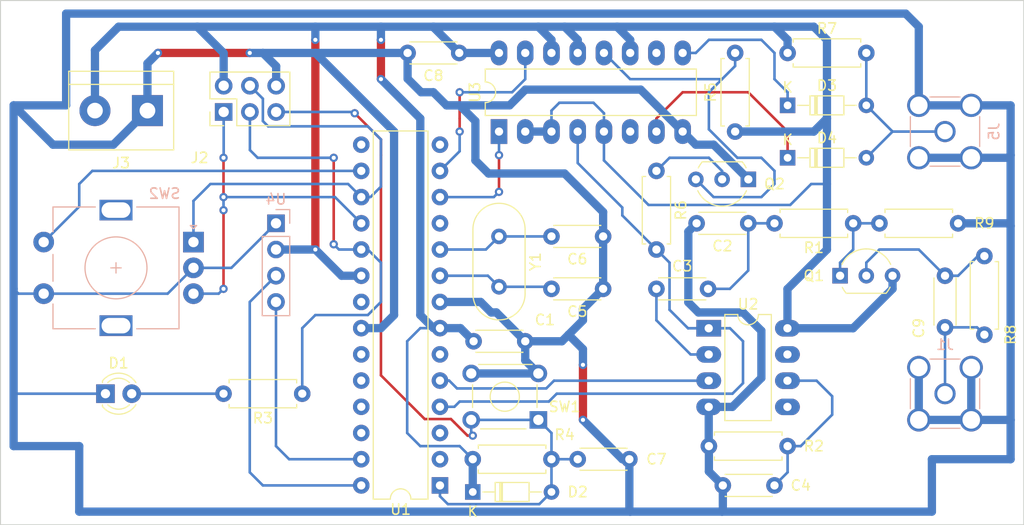
<source format=kicad_pcb>
(kicad_pcb (version 20211014) (generator pcbnew)
  (layers (0 "F.Cu" signal) (31 "B.Cu" signal) (34 "B.Paste" user) (35 "F.Paste" user) (36 "B.SilkS" user "B.Silkscreen") (37 "F.SilkS" user "F.Silkscreen") (38 "B.Mask" user) (39 "F.Mask" user) (44 "Edge.Cuts" user))
  (net 0 "")
  (net 1 "+5V")
  (net 2 "GND")
  (net 3 "Net-(C2-Pad1)")
  (net 4 "Net-(C3-Pad1)")
  (net 5 "Net-(C4-Pad1)")
  (net 6 "Net-(C5-Pad2)")
  (net 7 "Net-(C6-Pad2)")
  (net 8 "Net-(C7-Pad1)")
  (net 9 "Net-(C9-Pad1)")
  (net 10 "Net-(C9-Pad2)")
  (net 11 "Net-(D3-Pad1)")
  (net 12 "Net-(D3-Pad2)")
  (net 13 "Net-(D4-Pad1)")
  (net 14 "ENCA")
  (net 15 "ENCB")
  (net 16 "SDA")
  (net 17 "SCL")
  (net 18 "CSYNC")
  (net 19 "SW")
  (net 22 "FRAME")
  (net 25 "ARMN")
  (net 26 "ARM")
  (net 38 "Net-(R3-Pad2)")
  (net 39 "Net-(J2-Pad3)")
  (net 40 "Net-(R1-Pad1)")
  (net 41 "Net-(R6-Pad1)")
  (net 42 "Net-(R5-Pad2)")
  (footprint "Resistor_THT:R_Axial_DIN0207_L6.3mm_D2.5mm_P7.62mm_Horizontal" (layer "F.Cu") (at 156.845 116.205)
    (fp_text reference "R2")
    (fp_text value "680K")
  )
  (footprint "MountingHole:MountingHole_2.2mm_M2_DIN965" (layer "F.Cu") (at 90.805 120.015)
    (fp_text reference "REF**" hide)
    (fp_text value "MountingHole_2.2mm_M2_DIN965" hide)
  )
  (footprint "Connector_PinHeader_2.54mm:PinHeader_2x03_P2.54mm_Vertical" (layer "F.Cu") (at 109.87 83.825 90)
    (fp_text reference "J2")
    (fp_text value "ICSP")
  )
  (footprint "Resistor_THT:R_Axial_DIN0207_L6.3mm_D2.5mm_P7.62mm_Horizontal" (layer "F.Cu") (at 180.975 94.615 180)
    (fp_text reference "R9")
    (fp_text value "1K")
  )
  (footprint "Capacitor_THT:C_Disc_D4.3mm_W1.9mm_P5.00mm" (layer "F.Cu") (at 146.605 95.885 180)
    (fp_text reference "C6")
    (fp_text value "22p")
  )
  (footprint "Capacitor_THT:C_Disc_D4.3mm_W1.9mm_P5.00mm" (layer "F.Cu") (at 151.765 100.965)
    (fp_text reference "C3")
    (fp_text value "100n")
  )
  (footprint "Package_TO_SOT_THT:TO-92L_Inline_Wide" (layer "F.Cu") (at 169.545 99.695)
    (fp_text reference "Q1")
    (fp_text value "2N3904")
  )
  (footprint "MountingHole:MountingHole_2.2mm_M2_DIN965" (layer "F.Cu") (at 148.59 106.045)
    (fp_text reference "REF**" hide)
    (fp_text value "MountingHole_2.2mm_M2_DIN965")
  )
  (footprint "Resistor_THT:R_Axial_DIN0207_L6.3mm_D2.5mm_P7.62mm_Horizontal" (layer "F.Cu") (at 170.815 94.615 180)
    (fp_text reference "R1")
    (fp_text value "620R")
  )
  (footprint "Capacitor_THT:C_Disc_D4.3mm_W1.9mm_P5.00mm" (layer "F.Cu") (at 160.655 94.615 180)
    (fp_text reference "C2")
    (fp_text value "510p")
  )
  (footprint "Capacitor_THT:C_Disc_D4.3mm_W1.9mm_P5.00mm" (layer "F.Cu") (at 132.675 78.105 180)
    (fp_text reference "C8")
    (fp_text value "100n")
  )
  (footprint "Button_Switch_THT:SW_TH_Tactile_Omron_B3F-10xx" (layer "F.Cu") (at 140.335 113.665 180)
    (fp_text reference "SW1")
    (fp_text value "RESET")
  )
  (footprint "Capacitor_THT:C_Disc_D4.3mm_W1.9mm_P5.00mm" (layer "F.Cu") (at 144.145 117.475)
    (fp_text reference "C7")
    (fp_text value "100n")
  )
  (footprint "Capacitor_THT:C_Disc_D4.3mm_W1.9mm_P5.00mm" (layer "F.Cu") (at 163.195 120.015 180)
    (fp_text reference "C4")
    (fp_text value "100n")
  )
  (footprint "Resistor_THT:R_Axial_DIN0207_L6.3mm_D2.5mm_P7.62mm_Horizontal" (layer "F.Cu") (at 159.385 85.725 90)
    (fp_text reference "R5")
    (fp_text value "1K")
  )
  (footprint "Resistor_THT:R_Axial_DIN0207_L6.3mm_D2.5mm_P7.62mm_Horizontal" (layer "F.Cu") (at 183.515 105.41 90)
    (fp_text reference "R8")
    (fp_text value "10K")
  )
  (footprint "Resistor_THT:R_Axial_DIN0207_L6.3mm_D2.5mm_P7.62mm_Horizontal" (layer "F.Cu") (at 164.465 78.105)
    (fp_text reference "R7")
    (fp_text value "10K")
  )
  (footprint "Package_DIP:DIP-28_W7.62mm" (layer "F.Cu") (at 130.81 120.015 180)
    (fp_text reference "U1")
    (fp_text value "ATmega328P-P")
  )
  (footprint "MountingHole:MountingHole_2.2mm_M2_DIN965" (layer "F.Cu") (at 184.785 120.015)
    (fp_text reference "REF**" hide)
    (fp_text value "MountingHole_2.2mm_M2_DIN965" hide)
  )
  (footprint "LED_THT:LED_D3.0mm" (layer "F.Cu") (at 98.425 111.125)
    (fp_text reference "D1")
    (fp_text value "LED")
  )
  (footprint "Package_DIP:DIP-8_W7.62mm_LongPads" (layer "F.Cu") (at 156.83 104.785)
    (fp_text reference "U2")
    (fp_text value "LM1881")
  )
  (footprint "Crystal:Crystal_HC49-U_Vertical" (layer "F.Cu") (at 136.525 95.885 -90)
    (fp_text reference "Y1")
    (fp_text value "20MHz")
  )
  (footprint "Capacitor_THT:C_Disc_D4.3mm_W1.9mm_P5.00mm" (layer "F.Cu") (at 146.605 100.965 180)
    (fp_text reference "C5")
    (fp_text value "22p")
  )
  (footprint "Diode_THT:D_DO-34_SOD68_P7.62mm_Horizontal" (layer "F.Cu") (at 133.985 120.65)
    (fp_text reference "D2")
    (fp_text value "1N914")
  )
  (footprint "Package_DIP:DIP-16_W7.62mm_LongPads" (layer "F.Cu") (at 136.525 85.725 90)
    (fp_text reference "U3")
    (fp_text value "74LS109")
  )
  (footprint "Capacitor_THT:C_Disc_D4.3mm_W1.9mm_P5.00mm" (layer "F.Cu") (at 134.065 106.045)
    (fp_text reference "C1")
    (fp_text value "100n")
  )
  (footprint "Resistor_THT:R_Axial_DIN0207_L6.3mm_D2.5mm_P7.62mm_Horizontal" (layer "F.Cu") (at 151.765 89.535 -90)
    (fp_text reference "R6")
    (fp_text value "10K")
  )
  (footprint "Resistor_THT:R_Axial_DIN0207_L6.3mm_D2.5mm_P7.62mm_Horizontal" (layer "F.Cu") (at 117.475 111.125 180)
    (fp_text reference "R3")
    (fp_text value "1K")
  )
  (footprint "Capacitor_THT:C_Disc_D4.3mm_W1.9mm_P5.00mm" (layer "F.Cu") (at 179.705 99.695 -90)
    (fp_text reference "C9")
    (fp_text value "22p")
  )
  (footprint "Diode_THT:D_DO-34_SOD68_P7.62mm_Horizontal" (layer "F.Cu") (at 164.465 83.185)
    (fp_text reference "D3")
    (fp_text value "1N914")
  )
  (footprint "Diode_THT:D_DO-34_SOD68_P7.62mm_Horizontal" (layer "F.Cu") (at 164.465 88.265)
    (fp_text reference "D4")
    (fp_text value "1N914")
  )
  (footprint "Resistor_THT:R_Axial_DIN0207_L6.3mm_D2.5mm_P7.62mm_Horizontal" (layer "F.Cu") (at 133.985 117.475)
    (fp_text reference "R4")
    (fp_text value "10K")
  )
  (footprint "MountingHole:MountingHole_2.2mm_M2_DIN965" (layer "F.Cu") (at 90.805 76.835)
    (fp_text reference "REF**" hide)
    (fp_text value "MountingHole_2.2mm_M2_DIN965" hide)
  )
  (footprint "Package_TO_SOT_THT:TO-92L_Inline_Wide" (layer "F.Cu") (at 160.665 90.355 180)
    (fp_text reference "Q2")
    (fp_text value "2N3904")
  )
  (footprint "MountingHole:MountingHole_2.2mm_M2_DIN965" (layer "F.Cu") (at 184.785 76.835)
    (fp_text reference "REF**" hide)
    (fp_text value "MountingHole_2.2mm_M2_DIN965" hide)
  )
  (footprint "TerminalBlock:TerminalBlock_bornier-2_P5.08mm" (layer "F.Cu") (at 102.489 83.693 180)
    (fp_text reference "J3")
    (fp_text value "5V Power")
  )
  (footprint "Connector_Coaxial:SMA_Amphenol_901-144_Vertical" (layer "B.Cu") (at 179.705 85.725 90)
    (fp_text reference "J5")
    (fp_text value "Trigger Out")
  )
  (footprint "Rotary_Encoder:RotaryEncoder_Alps_EC11E-Switch_Vertical_H20mm" (layer "B.Cu") (at 106.945 96.433 180)
    (fp_text reference "SW2")
    (fp_text value "RotaryEncoder_Switch")
  )
  (footprint "Connector_Coaxial:SMA_Amphenol_901-144_Vertical" (layer "B.Cu") (at 179.705 111.125 180)
    (fp_text reference "J1")
    (fp_text value "Video In")
  )
  (footprint "Connector_PinHeader_2.54mm:PinHeader_1x04_P2.54mm_Vertical" (layer "B.Cu") (at 114.935 94.615 180)
    (fp_text reference "U4")
    (fp_text value "DISPLAY_SSD1306_OLED_128x32")
  )
  (gr_rect (start 88.265 73.025) (end 187.325 123.825) (layer "Edge.Cuts") (width 0.1) (fill none))
  (segment (start 125.095 76.835) (end 125.095 80.645) (width 0.8) (layer "F.Cu") (net 1))
  (segment (start 118.745 76.835) (end 118.745 97.155) (width 0.8) (layer "F.Cu") (net 1))
  (via (at 125.095 76.835) (size 0.8) (drill 0.4) (layers "F.Cu" "B.Cu") (net 1))
  (via (at 125.095 80.645) (size 0.8) (drill 0.4) (layers "F.Cu" "B.Cu") (net 1))
  (via (at 118.745 76.835) (size 0.8) (drill 0.4) (layers "F.Cu" "B.Cu") (net 1))
  (via (at 118.745 97.155) (size 0.8) (drill 0.4) (layers "F.Cu" "B.Cu") (net 1))
  (segment (start 164.465 76.835) (end 164.465 78.105) (width 0.8) (layer "B.Cu") (net 1))
  (segment (start 133.985 117.475) (end 132.715 116.205) (width 0.25) (layer "B.Cu") (net 1))
  (segment (start 149.225 76.835) (end 149.225 78.105) (width 0.8) (layer "B.Cu") (net 1))
  (segment (start 118.745 75.565) (end 125.095 75.565) (width 0.8) (layer "B.Cu") (net 1))
  (segment (start 167.005 85.725) (end 159.385 85.725) (width 0.8) (layer "B.Cu") (net 1))
  (segment (start 128.905 116.205) (end 127.635 114.935) (width 0.25) (layer "B.Cu") (net 1))
  (segment (start 128.905 103.505) (end 130.175 104.775) (width 0.8) (layer "B.Cu") (net 1))
  (segment (start 163.195 75.565) (end 167.005 75.565) (width 0.8) (layer "B.Cu") (net 1))
  (segment (start 145.669 82.931) (end 146.685 83.947) (width 0.25) (layer "B.Cu") (net 1))
  (segment (start 151.003 92.837) (end 164.719 92.837) (width 0.25) (layer "B.Cu") (net 1))
  (segment (start 125.095 75.565) (end 130.175 75.565) (width 0.8) (layer "B.Cu") (net 1))
  (segment (start 142.875 75.565) (end 144.145 76.835) (width 0.8) (layer "B.Cu") (net 1))
  (segment (start 139.065 85.725) (end 141.605 85.725) (width 0.8) (layer "B.Cu") (net 1))
  (segment (start 168.275 84.455) (end 168.275 90.805) (width 0.8) (layer "B.Cu") (net 1))
  (segment (start 141.605 83.693) (end 142.367 82.931) (width 0.25) (layer "B.Cu") (net 1))
  (segment (start 168.275 97.155) (end 164.45 100.98) (width 0.8) (layer "B.Cu") (net 1))
  (segment (start 130.175 75.565) (end 140.335 75.565) (width 0.8) (layer "B.Cu") (net 1))
  (segment (start 141.605 85.725) (end 141.605 83.693) (width 0.25) (layer "B.Cu") (net 1))
  (segment (start 118.745 75.565) (end 118.745 76.835) (width 0.8) (layer "B.Cu") (net 1))
  (segment (start 130.175 75.605) (end 132.675 78.105) (width 0.8) (layer "B.Cu") (net 1))
  (segment (start 170.805 104.785) (end 174.625 100.965) (width 0.8) (layer "B.Cu") (net 1))
  (segment (start 121.285 99.695) (end 123.19 99.695) (width 0.8) (layer "B.Cu") (net 1))
  (segment (start 164.45 104.785) (end 170.805 104.785) (width 0.8) (layer "B.Cu") (net 1))
  (segment (start 142.367 82.931) (end 145.669 82.931) (width 0.25) (layer "B.Cu") (net 1))
  (segment (start 118.745 97.155) (end 121.285 99.695) (width 0.8) (layer "B.Cu") (net 1))
  (segment (start 147.955 75.565) (end 149.225 76.835) (width 0.8) (layer "B.Cu") (net 1))
  (segment (start 99.695 75.565) (end 107.315 75.565) (width 0.8) (layer "B.Cu") (net 1))
  (segment (start 163.195 75.565) (end 164.465 76.835) (width 0.8) (layer "B.Cu") (net 1))
  (segment (start 167.005 75.565) (end 168.275 76.835) (width 0.8) (layer "B.Cu") (net 1))
  (segment (start 168.275 76.835) (end 168.275 84.455) (width 0.8) (layer "B.Cu") (net 1))
  (segment (start 132.675 78.105) (end 136.525 78.105) (width 0.8) (layer "B.Cu") (net 1))
  (segment (start 130.81 104.775) (end 132.795 104.775) (width 0.8) (layer "B.Cu") (net 1))
  (segment (start 168.275 90.805) (end 168.275 97.155) (width 0.8) (layer "B.Cu") (net 1))
  (segment (start 144.145 76.835) (end 144.145 78.105) (width 0.8) (layer "B.Cu") (net 1))
  (segment (start 97.409 77.851) (end 99.695 75.565) (width 0.8) (layer "B.Cu") (net 1))
  (segment (start 132.795 104.775) (end 134.065 106.045) (width 0.8) (layer "B.Cu") (net 1))
  (segment (start 146.685 85.725) (end 146.685 88.519) (width 0.25) (layer "B.Cu") (net 1))
  (segment (start 107.315 75.565) (end 118.745 75.565) (width 0.8) (layer "B.Cu") (net 1))
  (segment (start 128.905 104.775) (end 130.175 104.775) (width 0.25) (layer "B.Cu") (net 1))
  (segment (start 118.745 97.155) (end 114.935 97.155) (width 0.8) (layer "B.Cu") (net 1))
  (segment (start 164.719 92.837) (end 166.751 90.805) (width 0.25) (layer "B.Cu") (net 1))
  (segment (start 109.87 78.12) (end 107.315 75.565) (width 0.8) (layer "B.Cu") (net 1))
  (segment (start 140.335 75.565) (end 142.875 75.565) (width 0.8) (layer "B.Cu") (net 1))
  (segment (start 164.45 100.98) (end 164.45 104.785) (width 0.8) (layer "B.Cu") (net 1))
  (segment (start 130.175 75.565) (end 130.175 75.605) (width 0.8) (layer "B.Cu") (net 1))
  (segment (start 97.409 83.693) (end 97.409 77.851) (width 0.8) (layer "B.Cu") (net 1))
  (segment (start 146.685 88.519) (end 151.003 92.837) (width 0.25) (layer "B.Cu") (net 1))
  (segment (start 168.275 84.455) (end 167.005 85.725) (width 0.8) (layer "B.Cu") (net 1))
  (segment (start 174.625 100.965) (end 174.625 99.695) (width 0.8) (layer "B.Cu") (net 1))
  (segment (start 127.635 114.935) (end 127.635 106.045) (width 0.25) (layer "B.Cu") (net 1))
  (segment (start 166.751 90.805) (end 168.275 90.805) (width 0.25) (layer "B.Cu") (net 1))
  (segment (start 125.095 75.565) (end 125.095 76.835) (width 0.8) (layer "B.Cu") (net 1))
  (segment (start 140.335 75.565) (end 141.605 76.835) (width 0.8) (layer "B.Cu") (net 1))
  (segment (start 109.87 81.285) (end 109.87 78.12) (width 0.8) (layer "B.Cu") (net 1))
  (segment (start 147.955 75.565) (end 163.195 75.565) (width 0.8) (layer "B.Cu") (net 1))
  (segment (start 133.985 120.65) (end 133.985 117.475) (width 0.8) (layer "B.Cu") (net 1))
  (segment (start 141.605 76.835) (end 141.605 78.105) (width 0.8) (layer "B.Cu") (net 1))
  (segment (start 142.875 75.565) (end 147.955 75.565) (width 0.8) (layer "B.Cu") (net 1))
  (segment (start 146.685 83.947) (end 146.685 85.725) (width 0.25) (layer "B.Cu") (net 1))
  (segment (start 132.715 116.205) (end 128.905 116.205) (width 0.25) (layer "B.Cu") (net 1))
  (segment (start 128.905 84.455) (end 128.905 103.505) (width 0.8) (layer "B.Cu") (net 1))
  (segment (start 125.095 80.645) (end 128.905 84.455) (width 0.8) (layer "B.Cu") (net 1))
  (segment (start 130.175 104.775) (end 130.81 104.775) (width 0.25) (layer "B.Cu") (net 1))
  (segment (start 127.635 106.045) (end 128.905 104.775) (width 0.25) (layer "B.Cu") (net 1))
  (segment (start 144.653 113.665) (end 144.653 108.331) (width 0.8) (layer "F.Cu") (net 2))
  (segment (start 103.505 78.105) (end 112.395 78.105) (width 0.8) (layer "F.Cu") (net 2))
  (via (at 103.505 78.105) (size 0.8) (drill 0.4) (layers "F.Cu" "B.Cu") (net 2))
  (via (at 112.395 78.105) (size 0.8) (drill 0.4) (layers "F.Cu" "B.Cu") (net 2))
  (via (at 144.653 108.331) (size 0.8) (drill 0.4) (layers "F.Cu" "B.Cu") (net 2))
  (via (at 144.653 113.665) (size 0.8) (drill 0.4) (layers "F.Cu" "B.Cu") (net 2))
  (segment (start 90.003 101.433) (end 89.535 100.965) (width 0.25) (layer "B.Cu") (net 2))
  (segment (start 134.747 102.235) (end 135.763 103.251) (width 0.8) (layer "B.Cu") (net 2))
  (segment (start 130.175 81.915) (end 131.445 83.185) (width 0.8) (layer "B.Cu") (net 2))
  (segment (start 125.095 104.775) (end 126.365 103.505) (width 0.8) (layer "B.Cu") (net 2))
  (segment (start 157.305 86.995) (end 160.665 90.355) (width 0.8) (layer "B.Cu") (net 2))
  (segment (start 150.241 81.661) (end 154.305 85.725) (width 0.8) (layer "B.Cu") (net 2))
  (segment (start 159.121 112.405) (end 156.83 112.405) (width 0.8) (layer "B.Cu") (net 2))
  (segment (start 158.195 122.475) (end 158.115 122.555) (width 0.8) (layer "B.Cu") (net 2))
  (segment (start 89.535 83.185) (end 94.615 83.185) (width 0.8) (layer "B.Cu") (net 2))
  (segment (start 186.055 113.665) (end 182.245 113.665) (width 0.8) (layer "B.Cu") (net 2))
  (segment (start 154.855001 95.414999) (end 154.855001 102.277001) (width 0.8) (layer "B.Cu") (net 2))
  (segment (start 112.395 78.105) (end 113.665 78.105) (width 0.8) (layer "B.Cu") (net 2))
  (segment (start 156.845 116.205) (end 156.845 118.665) (width 0.8) (layer "B.Cu") (net 2))
  (segment (start 114.95 79.39) (end 113.665 78.105) (width 0.8) (layer "B.Cu") (net 2))
  (segment (start 127.675 78.105) (end 127.675 80.605) (width 0.8) (layer "B.Cu") (net 2))
  (segment (start 144.653 108.331) (end 144.653 106.807) (width 0.8) (layer "B.Cu") (net 2))
  (segment (start 123.19 104.775) (end 123.825 104.775) (width 0.25) (layer "B.Cu") (net 2))
  (segment (start 95.885 116.205) (end 89.535 116.205) (width 0.8) (layer "B.Cu") (net 2))
  (segment (start 177.165 108.585) (end 177.165 113.665) (width 0.8) (layer "B.Cu") (net 2))
  (segment (start 89.535 100.965) (end 89.535 83.185) (width 0.8) (layer "B.Cu") (net 2))
  (segment (start 148.463 117.475) (end 144.653 113.665) (width 0.8) (layer "B.Cu") (net 2))
  (segment (start 149.145 117.475) (end 149.145 122.475) (width 0.8) (layer "B.Cu") (net 2))
  (segment (start 182.245 83.185) (end 186.055 83.185) (width 0.8) (layer "B.Cu") (net 2))
  (segment (start 133.835 109.165) (end 140.335 109.165) (width 0.8) (layer "B.Cu") (net 2))
  (segment (start 135.509 89.789) (end 142.875 89.789) (width 0.8) (layer "B.Cu") (net 2))
  (segment (start 139.074304 81.661) (end 150.241 81.661) (width 0.8) (layer "B.Cu") (net 2))
  (segment (start 143.256 105.41) (end 144.653 104.013) (width 0.8) (layer "B.Cu") (net 2))
  (segment (start 131.445 83.185) (end 132.715 83.185) (width 0.8) (layer "B.Cu") (net 2))
  (segment (start 185.801 88.265) (end 186.055 88.011) (width 0.8) (layer "B.Cu") (net 2))
  (segment (start 155.655 94.615) (end 154.855001 95.414999) (width 0.8) (layer "B.Cu") (net 2))
  (segment (start 182.245 88.265) (end 185.801 88.265) (width 0.8) (layer "B.Cu") (net 2))
  (segment (start 114.95 81.285) (end 114.95 79.39) (width 0.8) (layer "B.Cu") (net 2))
  (segment (start 102.489 83.693) (end 102.489 79.121) (width 0.8) (layer "B.Cu") (net 2))
  (segment (start 186.055 88.011) (end 186.055 94.869) (width 0.8) (layer "B.Cu") (net 2))
  (segment (start 149.145 122.475) (end 149.225 122.555) (width 0.8) (layer "B.Cu") (net 2))
  (segment (start 92.445 101.433) (end 90.003 101.433) (width 0.25) (layer "B.Cu") (net 2))
  (segment (start 144.653 102.917) (end 146.605 100.965) (width 0.8) (layer "B.Cu") (net 2))
  (segment (start 99.187 86.995) (end 93.345 86.995) (width 0.8) (layer "B.Cu") (net 2))
  (segment (start 113.665 78.105) (end 118.745 78.105) (width 0.8) (layer "B.Cu") (net 2))
  (segment (start 154.305 85.725) (end 155.575 86.995) (width 0.8) (layer "B.Cu") (net 2))
  (segment (start 146.605 95.885) (end 146.605 100.965) (width 0.8) (layer "B.Cu") (net 2))
  (segment (start 185.801 94.615) (end 186.055 94.869) (width 0.8) (layer "B.Cu") (net 2))
  (segment (start 177.165 113.665) (end 182.245 113.665) (width 0.8) (layer "B.Cu") (net 2))
  (segment (start 186.055 117.475) (end 178.435 117.475) (width 0.8) (layer "B.Cu") (net 2))
  (segment (start 102.489 79.121) (end 103.505 78.105) (width 0.8) (layer "B.Cu") (net 2))
  (segment (start 102.489 83.693) (end 99.187 86.995) (width 0.8) (layer "B.Cu") (net 2))
  (segment (start 89.535 111.125) (end 89.535 100.965) (width 0.8) (layer "B.Cu") (net 2))
  (segment (start 178.435 122.555) (end 158.115 122.555) (width 0.8) (layer "B.Cu") (net 2))
  (segment (start 135.763 103.251) (end 136.271 103.251) (width 0.8) (layer "B.Cu") (net 2))
  (segment (start 142.875 89.789) (end 146.605 93.519) (width 0.8) (layer "B.Cu") (net 2))
  (segment (start 134.239 88.519) (end 135.509 89.789) (width 0.8) (layer "B.Cu") (net 2))
  (segment (start 156.845 118.665) (end 158.195 120.015) (width 0.8) (layer "B.Cu") (net 2))
  (segment (start 98.425 111.125) (end 89.535 111.125) (width 0.25) (layer "B.Cu") (net 2))
  (segment (start 175.895 74.295) (end 177.165 75.565) (width 0.8) (layer "B.Cu") (net 2))
  (segment (start 139.065 106.045) (end 139.065 107.895) (width 0.8) (layer "B.Cu") (net 2))
  (segment (start 161.925 109.601) (end 159.121 112.405) (width 0.8) (layer "B.Cu") (net 2))
  (segment (start 160.147 103.251) (end 161.925 105.029) (width 0.8) (layer "B.Cu") (net 2))
  (segment (start 134.239 84.709) (end 134.239 88.519) (width 0.8) (layer "B.Cu") (net 2))
  (segment (start 186.055 113.665) (end 186.055 117.475) (width 0.8) (layer "B.Cu") (net 2))
  (segment (start 136.271 103.251) (end 139.065 106.045) (width 0.8) (layer "B.Cu") (net 2))
  (segment (start 132.715 83.185) (end 134.239 84.709) (width 0.8) (layer "B.Cu") (net 2))
  (segment (start 139.065 107.895) (end 140.335 109.165) (width 0.8) (layer "B.Cu") (net 2))
  (segment (start 128.985 81.915) (end 130.175 81.915) (width 0.8) (layer "B.Cu") (net 2))
  (segment (start 161.925 105.029) (end 161.925 109.601) (width 0.8) (layer "B.Cu") (net 2))
  (segment (start 123.825 104.775) (end 125.095 104.775) (width 0.8) (layer "B.Cu") (net 2))
  (segment (start 156.83 116.19) (end 156.845 116.205) (width 0.8) (layer "B.Cu") (net 2))
  (segment (start 178.435 117.475) (end 178.435 122.555) (width 0.8) (layer "B.Cu") (net 2))
  (segment (start 180.975 94.615) (end 185.801 94.615) (width 0.8) (layer "B.Cu") (net 2))
  (segment (start 118.745 78.105) (end 127.675 78.105) (width 0.8) (layer "B.Cu") (net 2))
  (segment (start 106.945 98.933) (end 110.617 98.933) (width 0.25) (layer "B.Cu") (net 2))
  (segment (start 186.055 94.869) (end 186.055 113.665) (width 0.8) (layer "B.Cu") (net 2))
  (segment (start 94.615 74.295) (end 175.895 74.295) (width 0.8) (layer "B.Cu") (net 2))
  (segment (start 110.617 98.933) (end 114.935 94.615) (width 0.25) (layer "B.Cu") (net 2))
  (segment (start 126.365 85.725) (end 118.745 78.105) (width 0.8) (layer "B.Cu") (net 2))
  (segment (start 94.615 83.185) (end 94.615 74.295) (width 0.8) (layer "B.Cu") (net 2))
  (segment (start 95.885 122.555) (end 95.885 116.205) (width 0.8) (layer "B.Cu") (net 2))
  (segment (start 126.365 103.505) (end 126.365 85.725) (width 0.8) (layer "B.Cu") (net 2))
  (segment (start 104.445 101.433) (end 92.445 101.433) (width 0.25) (layer "B.Cu") (net 2))
  (segment (start 177.165 88.265) (end 182.245 88.265) (width 0.8) (layer "B.Cu") (net 2))
  (segment (start 106.945 98.933) (end 104.445 101.433) (width 0.25) (layer "B.Cu") (net 2))
  (segment (start 139.065 106.045) (end 142.621 106.045) (width 0.8) (layer "B.Cu") (net 2))
  (segment (start 155.575 86.995) (end 157.305 86.995) (width 0.8) (layer "B.Cu") (net 2))
  (segment (start 130.81 102.235) (end 134.747 102.235) (width 0.8) (layer "B.Cu") (net 2))
  (segment (start 158.115 122.555) (end 149.225 122.555) (width 0.8) (layer "B.Cu") (net 2))
  (segment (start 142.621 106.045) (end 143.256 105.41) (width 0.8) (layer "B.Cu") (net 2))
  (segment (start 149.145 117.475) (end 148.463 117.475) (width 0.8) (layer "B.Cu") (net 2))
  (segment (start 144.653 106.807) (end 143.256 105.41) (width 0.8) (layer "B.Cu") (net 2))
  (segment (start 182.245 113.665) (end 182.245 108.585) (width 0.8) (layer "B.Cu") (net 2))
  (segment (start 155.829 103.251) (end 160.147 103.251) (width 0.8) (layer "B.Cu") (net 2))
  (segment (start 146.605 93.519) (end 146.605 95.885) (width 0.8) (layer "B.Cu") (net 2))
  (segment (start 177.165 75.565) (end 177.165 83.185) (width 0.8) (layer "B.Cu") (net 2))
  (segment (start 131.445 83.185) (end 137.550304 83.185) (width 0.8) (layer "B.Cu") (net 2))
  (segment (start 177.165 83.185) (end 182.245 83.185) (width 0.8) (layer "B.Cu") (net 2))
  (segment (start 156.83 112.405) (end 156.83 116.19) (width 0.8) (layer "B.Cu") (net 2))
  (segment (start 93.345 86.995) (end 89.535 83.185) (width 0.8) (layer "B.Cu") (net 2))
  (segment (start 149.225 122.555) (end 95.885 122.555) (width 0.8) (layer "B.Cu") (net 2))
  (segment (start 144.653 104.013) (end 144.653 102.917) (width 0.8) (layer "B.Cu") (net 2))
  (segment (start 158.195 120.015) (end 158.195 122.475) (width 0.8) (layer "B.Cu") (net 2))
  (segment (start 89.535 116.205) (end 89.535 111.125) (width 0.8) (layer "B.Cu") (net 2))
  (segment (start 154.855001 102.277001) (end 155.829 103.251) (width 0.8) (layer "B.Cu") (net 2))
  (segment (start 137.550304 83.185) (end 139.074304 81.661) (width 0.8) (layer "B.Cu") (net 2))
  (segment (start 186.055 83.185) (end 186.055 88.011) (width 0.8) (layer "B.Cu") (net 2))
  (segment (start 127.675 80.605) (end 128.985 81.915) (width 0.8) (layer "B.Cu") (net 2))
  (segment (start 160.655 99.187) (end 160.655 94.615) (width 0.25) (layer "B.Cu") (net 3))
  (segment (start 158.877 100.965) (end 160.655 99.187) (width 0.25) (layer "B.Cu") (net 3))
  (segment (start 160.655 94.615) (end 163.195 94.615) (width 0.25) (layer "B.Cu") (net 3))
  (segment (start 156.765 100.965) (end 158.877 100.965) (width 0.25) (layer "B.Cu") (net 3))
  (segment (start 155.077 107.325) (end 151.765 104.013) (width 0.25) (layer "B.Cu") (net 4))
  (segment (start 151.765 104.013) (end 151.765 100.965) (width 0.25) (layer "B.Cu") (net 4))
  (segment (start 156.83 107.325) (end 155.077 107.325) (width 0.25) (layer "B.Cu") (net 4))
  (segment (start 167.269 109.865) (end 164.45 109.865) (width 0.25) (layer "B.Cu") (net 5))
  (segment (start 163.195 120.015) (end 164.465 118.745) (width 0.25) (layer "B.Cu") (net 5))
  (segment (start 165.735 116.205) (end 168.783 113.157) (width 0.25) (layer "B.Cu") (net 5))
  (segment (start 164.465 118.745) (end 164.465 116.205) (width 0.25) (layer "B.Cu") (net 5))
  (segment (start 168.783 113.157) (end 168.783 111.379) (width 0.25) (layer "B.Cu") (net 5))
  (segment (start 168.783 111.379) (end 167.269 109.865) (width 0.25) (layer "B.Cu") (net 5))
  (segment (start 164.465 116.205) (end 165.735 116.205) (width 0.25) (layer "B.Cu") (net 5))
  (segment (start 136.525 100.765) (end 141.405 100.765) (width 0.25) (layer "B.Cu") (net 6))
  (segment (start 135.455 99.695) (end 136.525 100.765) (width 0.25) (layer "B.Cu") (net 6))
  (segment (start 141.405 100.765) (end 141.605 100.965) (width 0.25) (layer "B.Cu") (net 6))
  (segment (start 130.81 99.695) (end 135.455 99.695) (width 0.25) (layer "B.Cu") (net 6))
  (segment (start 135.255 97.155) (end 136.525 95.885) (width 0.25) (layer "B.Cu") (net 7))
  (segment (start 136.525 95.885) (end 141.605 95.885) (width 0.25) (layer "B.Cu") (net 7))
  (segment (start 130.81 97.155) (end 135.255 97.155) (width 0.25) (layer "B.Cu") (net 7))
  (segment (start 125.095 86.487) (end 122.555 83.947) (width 0.25) (layer "F.Cu") (net 8))
  (segment (start 131.870801 113.582801) (end 129.330801 113.582801) (width 0.25) (layer "F.Cu") (net 8))
  (segment (start 125.095 109.347) (end 125.095 88.011) (width 0.25) (layer "F.Cu") (net 8))
  (segment (start 132.207 113.919) (end 131.870801 113.582801) (width 0.25) (layer "F.Cu") (net 8))
  (segment (start 128.905 113.157) (end 125.095 109.347) (width 0.25) (layer "F.Cu") (net 8))
  (segment (start 129.330801 113.582801) (end 128.905 113.157) (width 0.25) (layer "F.Cu") (net 8))
  (segment (start 133.477 115.189) (end 132.207 113.919) (width 0.25) (layer "F.Cu") (net 8))
  (segment (start 125.095 88.011) (end 125.095 86.487) (width 0.25) (layer "F.Cu") (net 8))
  (segment (start 133.985 115.189) (end 133.477 115.189) (width 0.25) (layer "F.Cu") (net 8))
  (via (at 122.555 83.947) (size 0.8) (drill 0.4) (layers "F.Cu" "B.Cu") (net 8))
  (via (at 133.985 115.189) (size 0.8) (drill 0.4) (layers "F.Cu" "B.Cu") (net 8))
  (segment (start 141.605 120.65) (end 141.605 117.475) (width 0.25) (layer "B.Cu") (net 8))
  (segment (start 141.605 114.935) (end 140.335 113.665) (width 0.25) (layer "B.Cu") (net 8))
  (segment (start 131.575 121.83) (end 140.425 121.83) (width 0.25) (layer "B.Cu") (net 8))
  (segment (start 140.335 113.665) (end 133.835 113.665) (width 0.25) (layer "B.Cu") (net 8))
  (segment (start 130.81 120.015) (end 130.81 121.065) (width 0.25) (layer "B.Cu") (net 8))
  (segment (start 140.425 121.83) (end 141.605 120.65) (width 0.25) (layer "B.Cu") (net 8))
  (segment (start 122.433 83.825) (end 114.95 83.825) (width 0.25) (layer "B.Cu") (net 8))
  (segment (start 122.555 83.947) (end 122.433 83.825) (width 0.25) (layer "B.Cu") (net 8))
  (segment (start 130.81 121.065) (end 131.575 121.83) (width 0.25) (layer "B.Cu") (net 8))
  (segment (start 141.605 117.475) (end 141.605 114.935) (width 0.25) (layer "B.Cu") (net 8))
  (segment (start 141.605 117.475) (end 144.145 117.475) (width 0.25) (layer "B.Cu") (net 8))
  (segment (start 133.835 113.665) (end 133.835 115.039) (width 0.25) (layer "B.Cu") (net 8))
  (segment (start 133.835 115.039) (end 133.985 115.189) (width 0.25) (layer "B.Cu") (net 8))
  (segment (start 172.085 99.695) (end 172.085 98.425) (width 0.25) (layer "B.Cu") (net 9))
  (segment (start 177.165 97.155) (end 179.705 99.695) (width 0.25) (layer "B.Cu") (net 9))
  (segment (start 182.88 97.79) (end 183.515 97.79) (width 0.25) (layer "B.Cu") (net 9))
  (segment (start 179.705 99.695) (end 180.975 99.695) (width 0.25) (layer "B.Cu") (net 9))
  (segment (start 180.975 99.695) (end 182.88 97.79) (width 0.25) (layer "B.Cu") (net 9))
  (segment (start 173.355 97.155) (end 177.165 97.155) (width 0.25) (layer "B.Cu") (net 9))
  (segment (start 172.085 98.425) (end 173.355 97.155) (width 0.25) (layer "B.Cu") (net 9))
  (segment (start 179.705 104.695) (end 182.8 104.695) (width 0.25) (layer "B.Cu") (net 10))
  (segment (start 182.8 104.695) (end 183.515 105.41) (width 0.25) (layer "B.Cu") (net 10))
  (segment (start 179.705 111.125) (end 179.705 104.695) (width 0.25) (layer "B.Cu") (net 10))
  (segment (start 164.465 81.915) (end 164.465 83.185) (width 0.25) (layer "B.Cu") (net 11))
  (segment (start 156.845 76.835) (end 161.925 76.835) (width 0.25) (layer "B.Cu") (net 11))
  (segment (start 155.575 78.105) (end 156.845 76.835) (width 0.25) (layer "B.Cu") (net 11))
  (segment (start 154.305 78.105) (end 155.575 78.105) (width 0.25) (layer "B.Cu") (net 11))
  (segment (start 163.195 78.105) (end 163.195 80.645) (width 0.25) (layer "B.Cu") (net 11))
  (segment (start 161.925 76.835) (end 163.195 78.105) (width 0.25) (layer "B.Cu") (net 11))
  (segment (start 163.195 80.645) (end 164.465 81.915) (width 0.25) (layer "B.Cu") (net 11))
  (segment (start 174.625 85.725) (end 179.705 85.725) (width 0.25) (layer "B.Cu") (net 12))
  (segment (start 172.085 88.265) (end 174.625 85.725) (width 0.25) (layer "B.Cu") (net 12))
  (segment (start 172.085 83.185) (end 172.085 78.105) (width 0.25) (layer "B.Cu") (net 12))
  (segment (start 172.085 83.185) (end 174.625 85.725) (width 0.25) (layer "B.Cu") (net 12))
  (segment (start 151.765 84.455) (end 154.305 81.915) (width 0.25) (layer "F.Cu") (net 13))
  (segment (start 154.305 81.915) (end 160.655 81.915) (width 0.25) (layer "F.Cu") (net 13))
  (segment (start 151.765 85.725) (end 151.765 84.455) (width 0.25) (layer "F.Cu") (net 13))
  (segment (start 160.655 81.915) (end 164.465 85.725) (width 0.25) (layer "F.Cu") (net 13))
  (segment (start 164.465 85.725) (end 164.465 88.265) (width 0.25) (layer "F.Cu") (net 13))
  (segment (start 125.095 86.487) (end 123.825 85.217) (width 0.25) (layer "B.Cu") (net 14))
  (segment (start 106.945 92.445) (end 106.945 96.433) (width 0.25) (layer "B.Cu") (net 14))
  (segment (start 114.173 85.217) (end 113.665 84.709) (width 0.25) (layer "B.Cu") (net 14))
  (segment (start 125.095 91.059) (end 125.095 86.487) (width 0.25) (layer "B.Cu") (net 14))
  (segment (start 113.665 82.54) (end 112.41 81.285) (width 0.25) (layer "B.Cu") (net 14))
  (segment (start 123.825 85.217) (end 114.173 85.217) (width 0.25) (layer "B.Cu") (net 14))
  (segment (start 123.19 92.075) (end 121.92 90.805) (width 0.25) (layer "B.Cu") (net 14))
  (segment (start 124.079 92.075) (end 125.095 91.059) (width 0.25) (layer "B.Cu") (net 14))
  (segment (start 123.19 92.075) (end 124.079 92.075) (width 0.25) (layer "B.Cu") (net 14))
  (segment (start 121.92 90.805) (end 108.585 90.805) (width 0.25) (layer "B.Cu") (net 14))
  (segment (start 113.665 84.709) (end 113.665 82.54) (width 0.25) (layer "B.Cu") (net 14))
  (segment (start 108.585 90.805) (end 106.945 92.445) (width 0.25) (layer "B.Cu") (net 14))
  (segment (start 109.855 92.075) (end 109.855 88.265) (width 0.25) (layer "F.Cu") (net 15))
  (segment (start 109.855 93.345) (end 109.855 100.965) (width 0.25) (layer "F.Cu") (net 15))
  (via (at 109.855 100.965) (size 0.8) (drill 0.4) (layers "F.Cu" "B.Cu") (net 15))
  (via (at 109.855 88.265) (size 0.8) (drill 0.4) (layers "F.Cu" "B.Cu") (net 15))
  (via (at 109.855 93.345) (size 0.8) (drill 0.4) (layers "F.Cu" "B.Cu") (net 15))
  (via (at 109.855 92.075) (size 0.8) (drill 0.4) (layers "F.Cu" "B.Cu") (net 15))
  (segment (start 109.855 100.965) (end 109.387 101.433) (width 0.25) (layer "B.Cu") (net 15))
  (segment (start 109.855 88.265) (end 109.87 88.25) (width 0.25) (layer "B.Cu") (net 15))
  (segment (start 123.19 94.615) (end 120.65 92.075) (width 0.25) (layer "B.Cu") (net 15))
  (segment (start 109.855 92.075) (end 109.855 93.345) (width 0.25) (layer "B.Cu") (net 15))
  (segment (start 120.015 92.075) (end 109.855 92.075) (width 0.25) (layer "B.Cu") (net 15))
  (segment (start 109.387 101.433) (end 106.945 101.433) (width 0.25) (layer "B.Cu") (net 15))
  (segment (start 120.65 92.075) (end 120.015 92.075) (width 0.25) (layer "B.Cu") (net 15))
  (segment (start 109.87 88.25) (end 109.87 83.825) (width 0.25) (layer "B.Cu") (net 15))
  (segment (start 114.935 102.235) (end 114.935 116.205) (width 0.25) (layer "B.Cu") (net 16))
  (segment (start 116.205 117.475) (end 123.19 117.475) (width 0.25) (layer "B.Cu") (net 16))
  (segment (start 114.935 116.205) (end 116.205 117.475) (width 0.25) (layer "B.Cu") (net 16))
  (segment (start 112.395 102.235) (end 112.395 118.745) (width 0.25) (layer "B.Cu") (net 17))
  (segment (start 114.935 99.695) (end 112.395 102.235) (width 0.25) (layer "B.Cu") (net 17))
  (segment (start 112.395 118.745) (end 113.665 120.015) (width 0.25) (layer "B.Cu") (net 17))
  (segment (start 113.665 120.015) (end 123.19 120.015) (width 0.25) (layer "B.Cu") (net 17))
  (segment (start 160.147 106.045) (end 158.887 104.785) (width 0.25) (layer "B.Cu") (net 18))
  (segment (start 148.463 93.853) (end 151.765 97.155) (width 0.25) (layer "B.Cu") (net 18))
  (segment (start 141.351 111.887) (end 142.113 111.125) (width 0.25) (layer "B.Cu") (net 18))
  (segment (start 159.131 111.125) (end 160.147 110.109) (width 0.25) (layer "B.Cu") (net 18))
  (segment (start 156.83 104.785) (end 154.823 104.785) (width 0.25) (layer "B.Cu") (net 18))
  (segment (start 148.463 93.091) (end 148.463 93.853) (width 0.25) (layer "B.Cu") (net 18))
  (segment (start 158.887 104.785) (end 156.83 104.785) (width 0.25) (layer "B.Cu") (net 18))
  (segment (start 153.035 98.425) (end 151.765 97.155) (width 0.25) (layer "B.Cu") (net 18))
  (segment (start 153.035 102.997) (end 153.035 98.425) (width 0.25) (layer "B.Cu") (net 18))
  (segment (start 144.145 88.773) (end 148.463 93.091) (width 0.25) (layer "B.Cu") (net 18))
  (segment (start 142.113 111.125) (end 159.131 111.125) (width 0.25) (layer "B.Cu") (net 18))
  (segment (start 132.207 112.395) (end 132.715 111.887) (width 0.25) (layer "B.Cu") (net 18))
  (segment (start 132.715 111.887) (end 141.351 111.887) (width 0.25) (layer "B.Cu") (net 18))
  (segment (start 160.147 110.109) (end 160.147 106.045) (width 0.25) (layer "B.Cu") (net 18))
  (segment (start 154.823 104.785) (end 153.035 102.997) (width 0.25) (layer "B.Cu") (net 18))
  (segment (start 130.81 112.395) (end 132.207 112.395) (width 0.25) (layer "B.Cu") (net 18))
  (segment (start 144.145 85.725) (end 144.145 88.773) (width 0.25) (layer "B.Cu") (net 18))
  (segment (start 97.155 89.535) (end 123.19 89.535) (width 0.25) (layer "B.Cu") (net 19))
  (segment (start 95.885 92.993) (end 95.885 90.805) (width 0.25) (layer "B.Cu") (net 19))
  (segment (start 92.445 96.433) (end 95.885 92.993) (width 0.25) (layer "B.Cu") (net 19))
  (segment (start 95.885 90.805) (end 97.155 89.535) (width 0.25) (layer "B.Cu") (net 19))
  (segment (start 132.461 110.617) (end 141.097 110.617) (width 0.25) (layer "B.Cu") (net 22))
  (segment (start 131.699 109.855) (end 132.461 110.617) (width 0.25) (layer "B.Cu") (net 22))
  (segment (start 141.849 109.865) (end 156.83 109.865) (width 0.25) (layer "B.Cu") (net 22))
  (segment (start 141.097 110.617) (end 141.849 109.865) (width 0.25) (layer "B.Cu") (net 22))
  (segment (start 130.81 109.855) (end 131.699 109.855) (width 0.25) (layer "B.Cu") (net 22))
  (segment (start 132.715 84.455) (end 132.715 85.725) (width 0.25) (layer "F.Cu") (net 25))
  (segment (start 132.715 81.915) (end 132.715 84.455) (width 0.25) (layer "F.Cu") (net 25))
  (via (at 132.715 81.915) (size 0.8) (drill 0.4) (layers "F.Cu" "B.Cu") (net 25))
  (via (at 132.715 85.725) (size 0.8) (drill 0.4) (layers "F.Cu" "B.Cu") (net 25))
  (segment (start 139.065 80.645) (end 137.795 81.915) (width 0.25) (layer "B.Cu") (net 25))
  (segment (start 137.795 81.915) (end 132.715 81.915) (width 0.25) (layer "B.Cu") (net 25))
  (segment (start 139.065 78.105) (end 139.065 80.645) (width 0.25) (layer "B.Cu") (net 25))
  (segment (start 132.715 87.63) (end 130.81 89.535) (width 0.25) (layer "B.Cu") (net 25))
  (segment (start 132.715 85.725) (end 132.715 87.63) (width 0.25) (layer "B.Cu") (net 25))
  (segment (start 136.525 91.567) (end 136.525 88.011) (width 0.25) (layer "F.Cu") (net 26))
  (via (at 136.525 91.567) (size 0.8) (drill 0.4) (layers "F.Cu" "B.Cu") (net 26))
  (via (at 136.525 88.011) (size 0.8) (drill 0.4) (layers "F.Cu" "B.Cu") (net 26))
  (segment (start 136.017 92.075) (end 136.525 91.567) (width 0.25) (layer "B.Cu") (net 26))
  (segment (start 136.525 88.011) (end 136.525 85.725) (width 0.25) (layer "B.Cu") (net 26))
  (segment (start 130.81 92.075) (end 136.017 92.075) (width 0.25) (layer "B.Cu") (net 26))
  (segment (start 100.965 111.125) (end 109.855 111.125) (width 0.25) (layer "B.Cu") (net 38))
  (segment (start 120.523 88.265) (end 120.523 96.647) (width 0.25) (layer "F.Cu") (net 39))
  (via (at 120.523 96.647) (size 0.8) (drill 0.4) (layers "F.Cu" "B.Cu") (net 39))
  (via (at 120.523 88.265) (size 0.8) (drill 0.4) (layers "F.Cu" "B.Cu") (net 39))
  (segment (start 112.41 83.825) (end 112.41 87.518) (width 0.25) (layer "B.Cu") (net 39))
  (segment (start 121.031 97.155) (end 123.19 97.155) (width 0.25) (layer "B.Cu") (net 39))
  (segment (start 125.095 102.235) (end 123.825 103.505) (width 0.25) (layer "B.Cu") (net 39))
  (segment (start 117.475 104.775) (end 117.475 111.125) (width 0.25) (layer "B.Cu") (net 39))
  (segment (start 120.523 96.647) (end 121.031 97.155) (width 0.25) (layer "B.Cu") (net 39))
  (segment (start 112.41 87.518) (end 113.157 88.265) (width 0.25) (layer "B.Cu") (net 39))
  (segment (start 123.825 103.505) (end 118.745 103.505) (width 0.25) (layer "B.Cu") (net 39))
  (segment (start 123.825 97.155) (end 125.095 98.425) (width 0.25) (layer "B.Cu") (net 39))
  (segment (start 123.19 97.155) (end 123.825 97.155) (width 0.25) (layer "B.Cu") (net 39))
  (segment (start 113.157 88.265) (end 120.523 88.265) (width 0.25) (layer "B.Cu") (net 39))
  (segment (start 125.095 98.425) (end 125.095 102.235) (width 0.25) (layer "B.Cu") (net 39))
  (segment (start 118.745 103.505) (end 117.475 104.775) (width 0.25) (layer "B.Cu") (net 39))
  (segment (start 170.815 94.615) (end 170.815 97.155) (width 0.25) (layer "B.Cu") (net 40))
  (segment (start 169.545 98.425) (end 169.545 99.695) (width 0.25) (layer "B.Cu") (net 40))
  (segment (start 170.815 97.155) (end 169.545 98.425) (width 0.25) (layer "B.Cu") (net 40))
  (segment (start 170.815 94.615) (end 173.355 94.615) (width 0.25) (layer "B.Cu") (net 40))
  (segment (start 153.035 88.265) (end 156.845 88.265) (width 0.25) (layer "B.Cu") (net 41))
  (segment (start 158.125 89.545) (end 158.125 90.355) (width 0.25) (layer "B.Cu") (net 41))
  (segment (start 151.765 89.535) (end 153.035 88.265) (width 0.25) (layer "B.Cu") (net 41))
  (segment (start 156.845 88.265) (end 158.125 89.545) (width 0.25) (layer "B.Cu") (net 41))
  (segment (start 161.925 88.265) (end 159.600304 88.265) (width 0.25) (layer "B.Cu") (net 42))
  (segment (start 159.385 79.375) (end 159.385 78.105) (width 0.25) (layer "B.Cu") (net 42))
  (segment (start 155.585 90.355) (end 157.305 92.075) (width 0.25) (layer "B.Cu") (net 42))
  (segment (start 157.305 92.075) (end 161.925 92.075) (width 0.25) (layer "B.Cu") (net 42))
  (segment (start 163.195 89.535) (end 161.925 88.265) (width 0.25) (layer "B.Cu") (net 42))
  (segment (start 159.600304 88.265) (end 156.845 85.509696) (width 0.25) (layer "B.Cu") (net 42))
  (segment (start 158.115 80.645) (end 159.385 79.375) (width 0.25) (layer "B.Cu") (net 42))
  (segment (start 146.685 78.105) (end 149.225 80.645) (width 0.25) (layer "B.Cu") (net 42))
  (segment (start 156.845 85.509696) (end 156.845 81.915) (width 0.25) (layer "B.Cu") (net 42))
  (segment (start 161.925 92.075) (end 163.195 90.805) (width 0.25) (layer "B.Cu") (net 42))
  (segment (start 156.845 81.915) (end 158.115 80.645) (width 0.25) (layer "B.Cu") (net 42))
  (segment (start 149.225 80.645) (end 158.115 80.645) (width 0.25) (layer "B.Cu") (net 42))
  (segment (start 163.195 90.805) (end 163.195 89.535) (width 0.25) (layer "B.Cu") (net 42))
)
</source>
